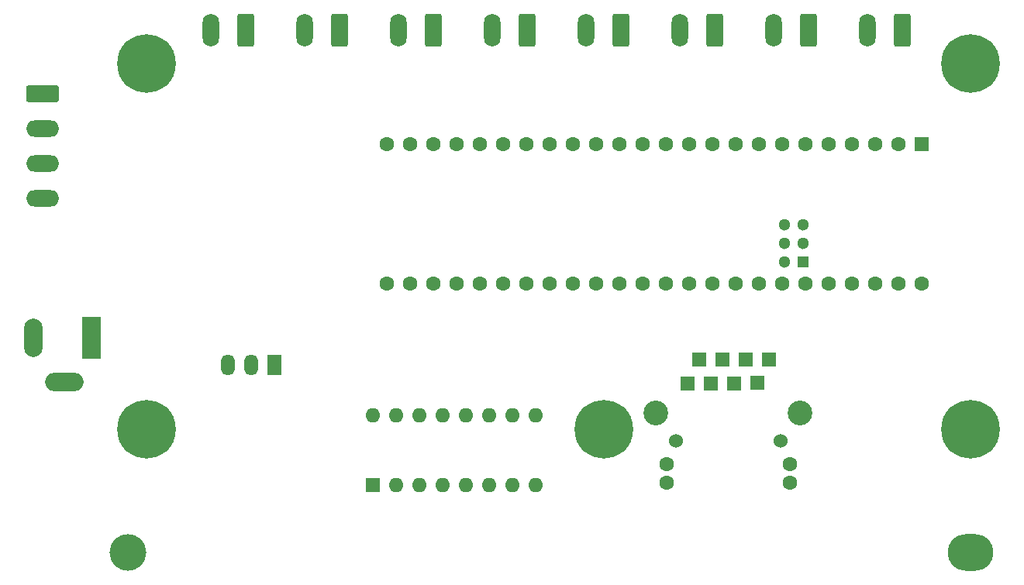
<source format=gbr>
%TF.GenerationSoftware,KiCad,Pcbnew,(7.0.0)*%
%TF.CreationDate,2023-04-14T14:39:00+09:00*%
%TF.ProjectId,Artnet_pixel_controller_Teensy-hardware,4172746e-6574-45f7-9069-78656c5f636f,v0.1.0*%
%TF.SameCoordinates,Original*%
%TF.FileFunction,Soldermask,Bot*%
%TF.FilePolarity,Negative*%
%FSLAX46Y46*%
G04 Gerber Fmt 4.6, Leading zero omitted, Abs format (unit mm)*
G04 Created by KiCad (PCBNEW (7.0.0)) date 2023-04-14 14:39:00*
%MOMM*%
%LPD*%
G01*
G04 APERTURE LIST*
G04 Aperture macros list*
%AMRoundRect*
0 Rectangle with rounded corners*
0 $1 Rounding radius*
0 $2 $3 $4 $5 $6 $7 $8 $9 X,Y pos of 4 corners*
0 Add a 4 corners polygon primitive as box body*
4,1,4,$2,$3,$4,$5,$6,$7,$8,$9,$2,$3,0*
0 Add four circle primitives for the rounded corners*
1,1,$1+$1,$2,$3*
1,1,$1+$1,$4,$5*
1,1,$1+$1,$6,$7*
1,1,$1+$1,$8,$9*
0 Add four rect primitives between the rounded corners*
20,1,$1+$1,$2,$3,$4,$5,0*
20,1,$1+$1,$4,$5,$6,$7,0*
20,1,$1+$1,$6,$7,$8,$9,0*
20,1,$1+$1,$8,$9,$2,$3,0*%
G04 Aperture macros list end*
%ADD10O,5.000000X4.000000*%
%ADD11C,4.000000*%
%ADD12C,6.400000*%
%ADD13RoundRect,0.250000X-1.550000X0.650000X-1.550000X-0.650000X1.550000X-0.650000X1.550000X0.650000X0*%
%ADD14O,3.600000X1.800000*%
%ADD15R,2.000000X4.600000*%
%ADD16O,2.000000X4.200000*%
%ADD17O,4.200000X2.000000*%
%ADD18R,1.600000X1.600000*%
%ADD19C,1.600000*%
%ADD20R,1.300000X1.300000*%
%ADD21C,1.300000*%
%ADD22O,1.600000X1.600000*%
%ADD23RoundRect,0.250000X0.650000X1.550000X-0.650000X1.550000X-0.650000X-1.550000X0.650000X-1.550000X0*%
%ADD24O,1.800000X3.600000*%
%ADD25C,1.524000*%
%ADD26R,1.524000X1.524000*%
%ADD27C,2.700000*%
%ADD28R,1.500000X2.300000*%
%ADD29O,1.500000X2.300000*%
G04 APERTURE END LIST*
D10*
%TO.C,H7*%
X195999999Y-144999999D03*
%TD*%
D11*
%TO.C,H3*%
X104000000Y-145000000D03*
%TD*%
D12*
%TO.C,H5*%
X196000000Y-91500000D03*
%TD*%
D13*
%TO.C,J11*%
X94682500Y-94840000D03*
D14*
X94682499Y-98649999D03*
X94682499Y-102459999D03*
X94682499Y-106269999D03*
%TD*%
D15*
%TO.C,J1*%
X99999999Y-121499999D03*
D16*
X93699999Y-121499999D03*
D17*
X97099999Y-126299999D03*
%TD*%
D12*
%TO.C,H6*%
X196000000Y-131500000D03*
%TD*%
D18*
%TO.C,U2*%
X190709999Y-100379999D03*
D19*
X188170000Y-100380000D03*
X185630000Y-100380000D03*
X183090000Y-100380000D03*
X180550000Y-100380000D03*
X178010000Y-100380000D03*
X175470000Y-100380000D03*
X172930000Y-100380000D03*
X170390000Y-100380000D03*
X167850000Y-100380000D03*
X165310000Y-100380000D03*
X162770000Y-100380000D03*
X160230000Y-100380000D03*
X157690000Y-100380000D03*
X155150000Y-100380000D03*
X152610000Y-100380000D03*
X150070000Y-100380000D03*
X147530000Y-100380000D03*
X144990000Y-100380000D03*
X142450000Y-100380000D03*
X139910000Y-100380000D03*
X137370000Y-100380000D03*
X134830000Y-100380000D03*
X132290000Y-100380000D03*
X132290000Y-115620000D03*
X134830000Y-115620000D03*
X137370000Y-115620000D03*
X139910000Y-115620000D03*
X142450000Y-115620000D03*
X144990000Y-115620000D03*
X147530000Y-115620000D03*
X150070000Y-115620000D03*
X152610000Y-115620000D03*
X155150000Y-115620000D03*
X157690000Y-115620000D03*
X160230000Y-115620000D03*
X162770000Y-115620000D03*
X165310000Y-115620000D03*
X167850000Y-115620000D03*
X170390000Y-115620000D03*
X172930000Y-115620000D03*
X175470000Y-115620000D03*
X178010000Y-115620000D03*
X180550000Y-115620000D03*
X183090000Y-115620000D03*
X185630000Y-115620000D03*
X188170000Y-115620000D03*
X190710000Y-115620000D03*
D20*
X177739999Y-113181599D03*
D21*
X177740000Y-111181600D03*
X177740000Y-109181600D03*
X175740000Y-109181600D03*
X175740000Y-111181600D03*
X175740000Y-113181600D03*
%TD*%
D18*
%TO.C,SW1*%
X130799999Y-137619999D03*
D22*
X133339999Y-137619999D03*
X135879999Y-137619999D03*
X138419999Y-137619999D03*
X140959999Y-137619999D03*
X143499999Y-137619999D03*
X146039999Y-137619999D03*
X148579999Y-137619999D03*
X148579999Y-129999999D03*
X146039999Y-129999999D03*
X143499999Y-129999999D03*
X140959999Y-129999999D03*
X138419999Y-129999999D03*
X135879999Y-129999999D03*
X133339999Y-129999999D03*
X130799999Y-129999999D03*
%TD*%
D23*
%TO.C,J6*%
X147600000Y-87932500D03*
D24*
X143789999Y-87932499D03*
%TD*%
D23*
%TO.C,J5*%
X137350000Y-87932500D03*
D24*
X133539999Y-87932499D03*
%TD*%
D12*
%TO.C,H1*%
X106000000Y-91500000D03*
%TD*%
D25*
%TO.C,J2*%
X175275000Y-132750000D03*
X163845000Y-132750000D03*
D26*
X173999999Y-123859999D03*
X172729999Y-126399999D03*
X171459999Y-123859999D03*
X170189999Y-126489999D03*
X168919999Y-123859999D03*
X167649999Y-126489999D03*
X166379999Y-123859999D03*
X165109999Y-126489999D03*
D19*
X176285000Y-135290000D03*
X176285000Y-137320000D03*
X162835000Y-135290000D03*
X162835000Y-137320000D03*
D27*
X177435000Y-129700000D03*
X161685000Y-129700000D03*
%TD*%
D12*
%TO.C,H4*%
X156000000Y-131500000D03*
%TD*%
D23*
%TO.C,J9*%
X178350000Y-87932500D03*
D24*
X174539999Y-87932499D03*
%TD*%
D23*
%TO.C,J4*%
X127100000Y-87932500D03*
D24*
X123289999Y-87932499D03*
%TD*%
D23*
%TO.C,J8*%
X168100000Y-87932500D03*
D24*
X164289999Y-87932499D03*
%TD*%
D23*
%TO.C,J7*%
X157850000Y-87932500D03*
D24*
X154039999Y-87932499D03*
%TD*%
D28*
%TO.C,U1*%
X119999999Y-124499999D03*
D29*
X117459999Y-124499999D03*
X114919999Y-124499999D03*
%TD*%
D12*
%TO.C,H2*%
X106000000Y-131500000D03*
%TD*%
D23*
%TO.C,J3*%
X116850000Y-87932500D03*
D24*
X113039999Y-87932499D03*
%TD*%
D23*
%TO.C,J10*%
X188600000Y-87932500D03*
D24*
X184789999Y-87932499D03*
%TD*%
M02*

</source>
